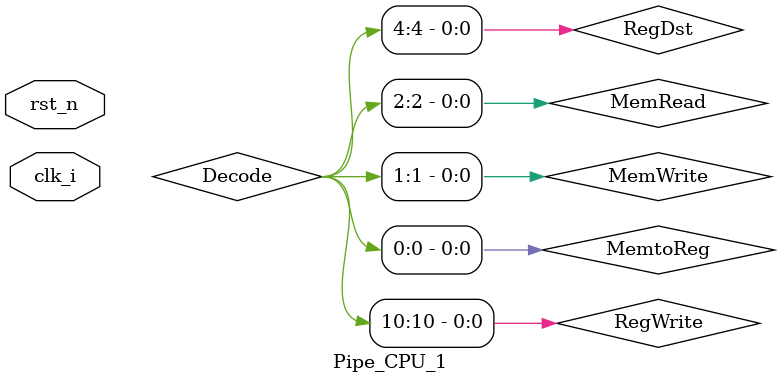
<source format=v>
module Pipe_CPU_1(
        clk_i,
		rst_n
		);
    
/****************************************
I/O ports
****************************************/
input clk_i;
input rst_n;

/****************************************
Internal signal
****************************************/
/**** IF stage ****/
wire [31:0]pc_out;
wire [31:0]instr;
wire [31:0]IF_IDinstr;
wire [31:0]pc_four;
wire [31:0]pc_next;
/**** ID stage ****/
wire [31:0]RS_Data;
wire [31:0]RT_Data;
wire [31:0]extend;
wire [31:0]ID_pc;
//control signal
wire PCwrite;
wire IFIDwrite;
wire Decode2zero;

/**** EX stage ****/
wire [31:0] EXRS_Data;
wire [31:0] EXRT_Data;
wire [31:0] EXextend;
wire [4:0] EXRT;
wire [4:0] EXRD;
wire [4:0] EXRS;
wire [31:0] ALUinput;
wire [4:0] Regdst;
wire [5:0] ALUctrl;
wire zero;
wire [31:0]result;
wire [1:0]forwardingA;
wire [1:0]forwardingB;
wire [31:0] forward_oA;
wire [31:0] forward_oB;
wire [10:0]	decode3;
wire [31:0] EX_pc;
wire [31:0] EXextend_left;
wire [31:0] EX_branch_pc;

//control signal
wire    instr_op;
wire	 funct;

wire	RegWrite;
wire [3:0]	ALU_op;
wire	ALUSrc;
wire	RegDst;
wire	Branch;
wire	MemRead;
wire   MemWrite;
wire	MemtoReg;
wire  [10:0] Decode;
wire  [10:0] EXDecode;
wire  [10:0] Decode2;
assign Decode={RegWrite,ALU_op[3:0],ALUSrc,RegDst,Branch,MemRead,MemWrite,MemtoReg};
assign Decode2=(IF_IDinstr==0)?0:Decode;
/**** MEM stage ****/
wire MEMzero;
wire [31:0] MEMresult;
wire [31:0] MEMRT_Data;
wire [31:0] MEMRegdst;
wire [31:0] Data;
wire [31:0] MEM_branch_pc;
//control signal
wire [10:0] MEMDecode;

/**** WB stage ****/
wire [31:0] WBData;
wire [31:0] WBresult;
wire [4:0]  WBRegdst;
wire [31:0] WBwrite; 
//control signal
wire [10:0] WBDecode;

/****************************************
Instnatiate modules
****************************************/
//Instantiate the components in IF stage
PC PC(.clk_i(clk_i),
	.rst_i(rst_n),
	.pc_in_i(pc_next),
	.pc_out_o(pc_out),
	.pc_write(PCwrite)
        );

Instr_Memory IM(.pc_addr_i(pc_out),
	.instr_o(instr)
	    );
			
Adder Add_pc(.src1_i(pc_out),
	.src2_i(32'd4),
	.sum_o(pc_four)
		);

		
Pipe_RegIDIF #(.size(32)) IF_ID(.rst_i(rst_n),  //-------------------------------------
			.clk_i(clk_i),   
			.data_i(instr),
			.data_o(IF_IDinstr),
			.IFIDwrite(IFIDwrite)
		); 


Pipe_RegIDIF #(.size(32)) IF_ID_pc(.rst_i(rst_n),  //*********************************
			.clk_i(clk_i),   
			.data_i(pc_four),
			.data_o(ID_pc),
			.IFIDwrite(IFIDwrite)
		); 





		
//Instantiate the components in ID stage
Reg_File RF(.clk_i(clk_i),
	.rst_n(rst_n),
   .RSaddr_i(IF_IDinstr[25:21]),
   .RTaddr_i(IF_IDinstr[20:16]),
   .RDaddr_i(WBRegdst),
   .RDdata_i(WBwrite),
   .RegWrite_i(WBDecode[10]),
   .RSdata_o(RS_Data),
   .RTdata_o(RT_Data)
		);

Decoder Control(.instr_op_i(IF_IDinstr[31:26]),
	 .funct_i(IF_IDinstr[5:0]),
	.RegWrite_o(RegWrite),
	.ALU_op_o(ALU_op),
	.ALUSrc_o(ALUSrc),
	.RegDst_o(RegDst),
	.Branch_o(Branch),
	.MemRead_o(MemRead),
   .MemWrite_o(MemWrite),
	.MemtoReg_o(MemtoReg)
		);

Sign_Extend Sign_Extend(.data_i(IF_IDinstr[15:0]),
    .data_o(extend)
		);	

Pipe_Reg #(.size(32)) ID_EX1(.rst_i(rst_n),
			.clk_i(clk_i),   
			.data_i(RS_Data),
			.data_o(EXRS_Data)
		);

Pipe_Reg #(.size(32)) ID_EX2(.rst_i(rst_n),
			.clk_i(clk_i),   
			.data_i(RT_Data),
			.data_o(EXRT_Data)
		);

Pipe_Reg #(.size(32)) ID_EX3(.rst_i(rst_n),
			.clk_i(clk_i),   
			.data_i(extend),
			.data_o(EXextend)
		);

Pipe_Reg #(.size(5)) ID_EX4(.rst_i(rst_n),
			.clk_i(clk_i),   
			.data_i(IF_IDinstr[20:16]),
			.data_o(EXRT)
		);
Pipe_Reg #(.size(5)) ID_EX7(.rst_i(rst_n),
			.clk_i(clk_i),   
			.data_i(IF_IDinstr[25:21]),
			.data_o(EXRS)
		);

Pipe_Reg #(.size(5)) ID_EX5(.rst_i(rst_n),
			.clk_i(clk_i),   
			.data_i(IF_IDinstr[15:11]),
			.data_o(EXRD)
		);	

Pipe_Reg #(.size(11)) ID_EX6(.rst_i(rst_n),
			.clk_i(clk_i),   
			.data_i(decode3),
			.data_o(EXDecode)
		);			


Pipe_Reg #(.size(32)) ID_EX8(.rst_i(rst_n),//*************************
			.clk_i(clk_i),   
			.data_i(ID_pc),
			.data_o(EX_pc)
		);			
		
//Instantiate the components in EX stage	   
ALU ALU(.src1_i(forward_oA),
	.src2_i(forward_oB),
	.ctrl_i(ALUctrl),
	.result_o(result),
	.zero_o(zero)//,
	//.sha()
		);
		
ALU_Control ALU_Control(.funct_i(EXextend[5:0]),
          .ALUOp_i(EXDecode[9:6]),
          .ALUCtrl_o(ALUctrl)
		);

MUX_2to1 #(.size(32)) Mux1(.data0_i(EXRT_Data),
               .data1_i(EXextend),
               .select_i(EXDecode[5]),
               .data_o(ALUinput)
        );
		  
MUX_2to1 #(.size(5)) Mux2(.data0_i(EXRT),
               .data1_i(EXRD),
               .select_i(EXDecode[4]),
               .data_o(Regdst)
        );
		  
/*MUX_3to1 #(.size(32)) Mux3(.data0_i(),
               .data1_i(),
					.data2_i(),
               .select_i(),
               .data_o()
        );
*/		  

Pipe_Reg #(.size(1)) EX_MEM1(.rst_i(rst_n),
			.clk_i(clk_i),   
			.data_i(zero),
			.data_o(MEMzero)
		);

Pipe_Reg #(.size(32)) EX_MEM2(.rst_i(rst_n),
			.clk_i(clk_i),   
			.data_i(result),
			.data_o(MEMresult)
		);

Pipe_Reg #(.size(32)) EX_MEM3(.rst_i(rst_n),
			.clk_i(clk_i),   
			.data_i(EXRT_Data),
			.data_o(MEMRT_Data)
		);

Pipe_Reg #(.size(5)) EX_MEM4(.rst_i(rst_n),
			.clk_i(clk_i),   
			.data_i(Regdst),
			.data_o(MEMRegdst)
		);	

Pipe_Reg #(.size(11)) EX_MEM5(.rst_i(rst_n),
			.clk_i(clk_i),   
			.data_i(EXDecode),
			.data_o(MEMDecode)
		);		
Pipe_Reg #(.size(32)) EX_MEM6(.rst_i(rst_n),//***********************
			.clk_i(clk_i),   
			.data_i(EX_branch_pc),
			.data_o(MEM_branch_pc)
		);			
			   
//Instantiate the components in MEM stage
Data_Memory DM(.clk_i(clk_i),
	.addr_i(MEMresult),
	.data_i(MEMRT_Data),
	.MemRead_i(MEMDecode[2]),
	.MemWrite_i(MEMDecode[1]),
	.data_o(Data)
	    );

Pipe_Reg #(.size(32)) MEM_WB1(.rst_i(rst_n),
			.clk_i(clk_i),   
			.data_i(Data),
			.data_o(WBData)      
		);

Pipe_Reg #(.size(32)) MEM_WB2(.rst_i(rst_n),
			.clk_i(clk_i),   
			.data_i(MEMresult),
			.data_o(WBresult)
		);

Pipe_Reg #(.size(5)) MEM_WB3(.rst_i(rst_n),
			.clk_i(clk_i),   
			.data_i(MEMRegdst),
			.data_o(WBRegdst)
		);
		
Pipe_Reg #(.size(11)) MEM_WB4(.rst_i(rst_n),
			.clk_i(clk_i),   
			.data_i(MEMDecode),
			.data_o(WBDecode)
		);
//Instantiate the components in WB stage
MUX_2to1 #(.size(32)) Mux3( .data0_i(WBresult),
               .data1_i(WBData),
               .select_i(WBDecode[0]),
               .data_o(WBwrite)
        );
		
		
//------------------------------------------------------------------		
		
		
forwarding_unit	FU(.EXRS(EXRS),
				.EXRT(EXRT),
				.MEMRD(MEMRegdst),
				.WBRD(WBRegdst),
				.ForwardingA(forwardingA),
				.ForwardingB(forwardingB),
				.MEMDecode(MEMDecode),
				.WBDecode(WBDecode)
		);
MUX_3to1 #(.size(32)) Mux4( .data0_i(EXRS_Data),		//forwardingA
               .data1_i(MEMresult),
			   .data2_i(WBwrite),
               .select_i(forwardingA),
               .data_o(forward_oA)
		);

MUX_3to1 #(.size(32)) Mux5( .data0_i(ALUinput),		//forwardingB
               .data1_i(MEMresult),
			   .data2_i(WBwrite),
               .select_i(forwardingB), 
               .data_o(forward_oB)
		);
		
//---------------------------------------------------------------------------		
		
		
Hazard_detect	HDU(.IDRS(IF_IDinstr[25:21]),
					.IDRT(IF_IDinstr[20:16]),
					.EXDecode(EXDecode),
					.EXRT(EXRT),
					.PCwrite(PCwrite),
					.IFIDwrite(IFIDwrite),
					.Decode2zero(Decode2zero)
					);
MUX_2to1 #(.size(11)) Mux6(.data0_i(Decode2),  //hazard decode control
               .data1_i(0),
               .select_i(Decode2zero),
               .data_o(decode3)
        );
		  
Adder pc_branch(.src1_i(EX_pc),
	.src2_i(EXextend_left),
	.sum_o(EX_branch_pc)
		);
Shift_Left_Two_32	 Shift(.data_i(EXextend),
    .data_o(EXextend_left)
	 );

MUX_2to1 #(.size(32)) Mux7(.data0_i(pc_four),  //hazard decode control
               .data1_i(MEM_branch_pc),
               .select_i(MEMDecode[3]&&MEMzero),
               .data_o(pc_next)
        );
/****************************************
signal assignment
****************************************/	
endmodule


</source>
